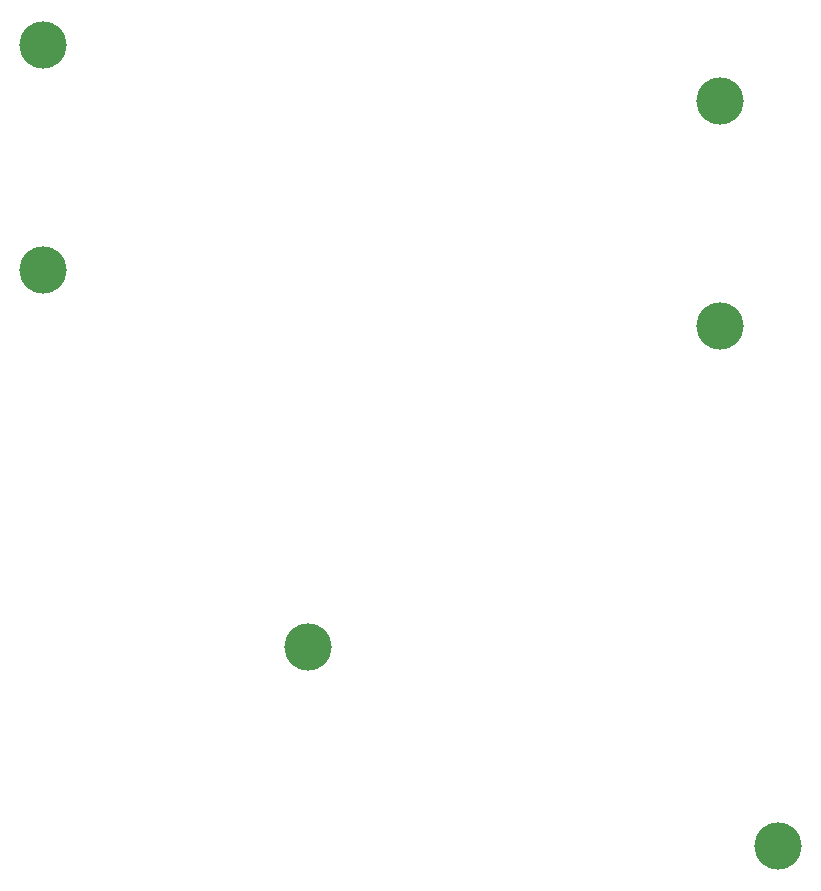
<source format=gbr>
%TF.GenerationSoftware,KiCad,Pcbnew,8.0.2-1*%
%TF.CreationDate,2024-06-10T16:35:40+09:00*%
%TF.ProjectId,Miriball36_top,4d697269-6261-46c6-9c33-365f746f702e,rev?*%
%TF.SameCoordinates,Original*%
%TF.FileFunction,Copper,L1,Top*%
%TF.FilePolarity,Positive*%
%FSLAX46Y46*%
G04 Gerber Fmt 4.6, Leading zero omitted, Abs format (unit mm)*
G04 Created by KiCad (PCBNEW 8.0.2-1) date 2024-06-10 16:35:40*
%MOMM*%
%LPD*%
G01*
G04 APERTURE LIST*
%TA.AperFunction,ComponentPad*%
%ADD10C,4.000000*%
%TD*%
G04 APERTURE END LIST*
D10*
%TO.P,,*%
%TO.N,*%
X92130000Y-111890000D03*
%TD*%
%TO.P,REF\u002A\u002A,*%
%TO.N,*%
X127090000Y-84734300D03*
%TD*%
%TO.P,REF\u002A\u002A,*%
%TO.N,*%
X69746500Y-79971700D03*
%TD*%
%TO.P,,*%
%TO.N,*%
X131940000Y-128790000D03*
%TD*%
%TO.P,REF\u002A\u002A,*%
%TO.N,*%
X127090000Y-65700000D03*
%TD*%
%TO.P,REF\u002A\u002A,*%
%TO.N,*%
X69746500Y-60921300D03*
%TD*%
M02*

</source>
